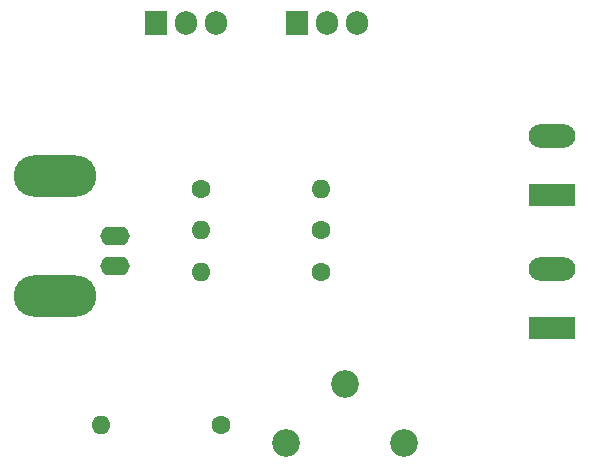
<source format=gbr>
G04 #@! TF.GenerationSoftware,KiCad,Pcbnew,6.0.7-f9a2dced07~116~ubuntu20.04.1*
G04 #@! TF.CreationDate,2022-10-13T03:27:01+01:00*
G04 #@! TF.ProjectId,mosfet_circuit,6d6f7366-6574-45f6-9369-72637569742e,rev?*
G04 #@! TF.SameCoordinates,Original*
G04 #@! TF.FileFunction,Copper,L1,Top*
G04 #@! TF.FilePolarity,Positive*
%FSLAX46Y46*%
G04 Gerber Fmt 4.6, Leading zero omitted, Abs format (unit mm)*
G04 Created by KiCad (PCBNEW 6.0.7-f9a2dced07~116~ubuntu20.04.1) date 2022-10-13 03:27:01*
%MOMM*%
%LPD*%
G01*
G04 APERTURE LIST*
G04 #@! TA.AperFunction,ComponentPad*
%ADD10R,3.960000X1.980000*%
G04 #@! TD*
G04 #@! TA.AperFunction,ComponentPad*
%ADD11O,3.960000X1.980000*%
G04 #@! TD*
G04 #@! TA.AperFunction,ComponentPad*
%ADD12O,2.500000X1.600000*%
G04 #@! TD*
G04 #@! TA.AperFunction,ComponentPad*
%ADD13O,7.000000X3.500000*%
G04 #@! TD*
G04 #@! TA.AperFunction,ComponentPad*
%ADD14R,1.905000X2.000000*%
G04 #@! TD*
G04 #@! TA.AperFunction,ComponentPad*
%ADD15O,1.905000X2.000000*%
G04 #@! TD*
G04 #@! TA.AperFunction,ComponentPad*
%ADD16C,1.600000*%
G04 #@! TD*
G04 #@! TA.AperFunction,ComponentPad*
%ADD17O,1.600000X1.600000*%
G04 #@! TD*
G04 #@! TA.AperFunction,ComponentPad*
%ADD18C,2.340000*%
G04 #@! TD*
G04 APERTURE END LIST*
D10*
X208500000Y-82500000D03*
D11*
X208500000Y-77500000D03*
D12*
X171550000Y-86000000D03*
D13*
X166470000Y-80920000D03*
D12*
X171550000Y-88540000D03*
D13*
X166470000Y-91080000D03*
D10*
X208500000Y-93765000D03*
D11*
X208500000Y-88765000D03*
D14*
X174960000Y-67945000D03*
D15*
X177500000Y-67945000D03*
X180040000Y-67945000D03*
D14*
X186960000Y-67945000D03*
D15*
X189500000Y-67945000D03*
X192040000Y-67945000D03*
D16*
X178840000Y-82000000D03*
D17*
X189000000Y-82000000D03*
D16*
X189000000Y-85500000D03*
D17*
X178840000Y-85500000D03*
D16*
X189000000Y-89000000D03*
D17*
X178840000Y-89000000D03*
D16*
X180500000Y-102000000D03*
D17*
X170340000Y-102000000D03*
D18*
X186000000Y-103500000D03*
X191000000Y-98500000D03*
X196000000Y-103500000D03*
M02*

</source>
